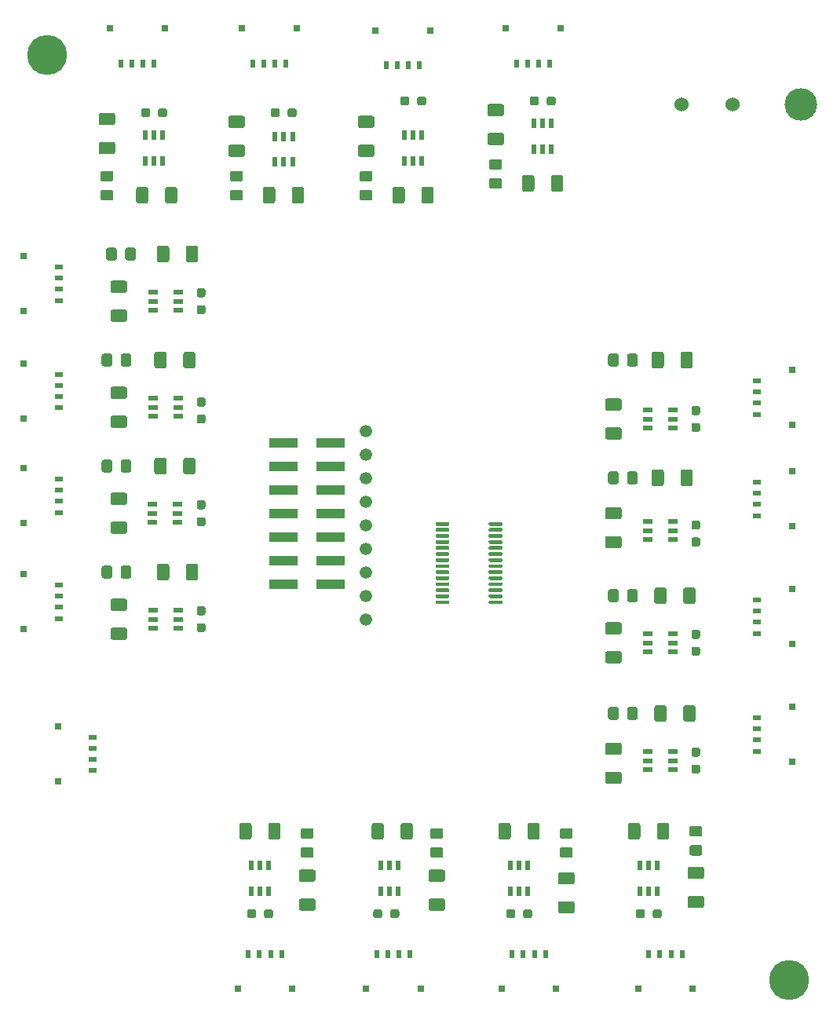
<source format=gbr>
%TF.GenerationSoftware,KiCad,Pcbnew,(5.1.9)-1*%
%TF.CreationDate,2021-03-29T16:21:42+05:30*%
%TF.ProjectId,LightStage,4c696768-7453-4746-9167-652e6b696361,rev?*%
%TF.SameCoordinates,Original*%
%TF.FileFunction,Soldermask,Top*%
%TF.FilePolarity,Negative*%
%FSLAX46Y46*%
G04 Gerber Fmt 4.6, Leading zero omitted, Abs format (unit mm)*
G04 Created by KiCad (PCBNEW (5.1.9)-1) date 2021-03-29 16:21:42*
%MOMM*%
%LPD*%
G01*
G04 APERTURE LIST*
%ADD10C,4.300000*%
%ADD11R,0.700000X0.800000*%
%ADD12R,0.600000X0.850000*%
%ADD13R,0.800000X0.700000*%
%ADD14R,0.850000X0.600000*%
%ADD15C,3.500000*%
%ADD16C,1.524000*%
%ADD17R,3.150000X1.000000*%
%ADD18C,1.340000*%
%ADD19R,0.558000X0.997699*%
%ADD20R,0.997699X0.558000*%
G04 APERTURE END LIST*
D10*
%TO.C,M2*%
X116205000Y-146050000D03*
%TD*%
%TO.C,M1*%
X36195000Y-46355000D03*
%TD*%
D11*
%TO.C,J5*%
X43001999Y-43468999D03*
X48902000Y-43468999D03*
D12*
X44152000Y-47244000D03*
X45352000Y-47244000D03*
X46552000Y-47244000D03*
X47752000Y-47244000D03*
%TD*%
D13*
%TO.C,J9*%
X116551001Y-91261999D03*
X116551001Y-97162000D03*
D14*
X112776000Y-92412000D03*
X112776000Y-93612000D03*
X112776000Y-94812000D03*
X112776000Y-96012000D03*
%TD*%
D13*
%TO.C,J6*%
X116551001Y-80339999D03*
X116551001Y-86240000D03*
D14*
X112776000Y-81490000D03*
X112776000Y-82690000D03*
X112776000Y-83890000D03*
X112776000Y-85090000D03*
%TD*%
D11*
%TO.C,J7*%
X85673999Y-43468999D03*
X91574000Y-43468999D03*
D12*
X86824000Y-47244000D03*
X88024000Y-47244000D03*
X89224000Y-47244000D03*
X90424000Y-47244000D03*
%TD*%
D11*
%TO.C,J8*%
X71628000Y-43688000D03*
X77528001Y-43688000D03*
D12*
X72778001Y-47463001D03*
X73978001Y-47463001D03*
X75178001Y-47463001D03*
X76378001Y-47463001D03*
%TD*%
D11*
%TO.C,J4*%
X57225999Y-43468999D03*
X63126000Y-43468999D03*
D12*
X58376000Y-47244000D03*
X59576000Y-47244000D03*
X60776000Y-47244000D03*
X61976000Y-47244000D03*
%TD*%
D11*
%TO.C,J13*%
X62662001Y-147031001D03*
X56762000Y-147031001D03*
D12*
X61512000Y-143256000D03*
X60312000Y-143256000D03*
X59112000Y-143256000D03*
X57912000Y-143256000D03*
%TD*%
D13*
%TO.C,J20*%
X37372999Y-124638001D03*
X37372999Y-118738000D03*
D14*
X41148000Y-123488000D03*
X41148000Y-122288000D03*
X41148000Y-121088000D03*
X41148000Y-119888000D03*
%TD*%
D13*
%TO.C,J19*%
X33689999Y-73965001D03*
X33689999Y-68065000D03*
D14*
X37465000Y-72815000D03*
X37465000Y-71615000D03*
X37465000Y-70415000D03*
X37465000Y-69215000D03*
%TD*%
D13*
%TO.C,J18*%
X33689999Y-108255001D03*
X33689999Y-102355000D03*
D14*
X37465000Y-107105000D03*
X37465000Y-105905000D03*
X37465000Y-104705000D03*
X37465000Y-103505000D03*
%TD*%
D13*
%TO.C,J17*%
X33689999Y-96825001D03*
X33689999Y-90925000D03*
D14*
X37465000Y-95675000D03*
X37465000Y-94475000D03*
X37465000Y-93275000D03*
X37465000Y-92075000D03*
%TD*%
D13*
%TO.C,J16*%
X33689999Y-85522001D03*
X33689999Y-79622000D03*
D14*
X37465000Y-84372000D03*
X37465000Y-83172000D03*
X37465000Y-81972000D03*
X37465000Y-80772000D03*
%TD*%
D11*
%TO.C,J15*%
X91110001Y-147031001D03*
X85210000Y-147031001D03*
D12*
X89960000Y-143256000D03*
X88760000Y-143256000D03*
X87560000Y-143256000D03*
X86360000Y-143256000D03*
%TD*%
D11*
%TO.C,J14*%
X76505001Y-147031001D03*
X70605000Y-147031001D03*
D12*
X75355000Y-143256000D03*
X74155000Y-143256000D03*
X72955000Y-143256000D03*
X71755000Y-143256000D03*
%TD*%
D13*
%TO.C,J12*%
X116551001Y-103961999D03*
X116551001Y-109862000D03*
D14*
X112776000Y-105112000D03*
X112776000Y-106312000D03*
X112776000Y-107512000D03*
X112776000Y-108712000D03*
%TD*%
D13*
%TO.C,J11*%
X116551001Y-116661999D03*
X116551001Y-122562000D03*
D14*
X112776000Y-117812000D03*
X112776000Y-119012000D03*
X112776000Y-120212000D03*
X112776000Y-121412000D03*
%TD*%
D11*
%TO.C,J10*%
X105842001Y-147031001D03*
X99942000Y-147031001D03*
D12*
X104692000Y-143256000D03*
X103492000Y-143256000D03*
X102292000Y-143256000D03*
X101092000Y-143256000D03*
%TD*%
D15*
%TO.C,J2*%
X117475000Y-51689000D03*
D16*
X110172500Y-51689000D03*
X104648000Y-51689000D03*
%TD*%
D17*
%TO.C,J1*%
X66787000Y-103378000D03*
X61737000Y-103378000D03*
X66787000Y-100838000D03*
X61737000Y-100838000D03*
X66787000Y-98298000D03*
X61737000Y-98298000D03*
X66787000Y-95758000D03*
X61737000Y-95758000D03*
X66787000Y-93218000D03*
X61737000Y-93218000D03*
X66787000Y-90678000D03*
X61737000Y-90678000D03*
X66787000Y-88138000D03*
X61737000Y-88138000D03*
%TD*%
D18*
%TO.C,RN1*%
X70612000Y-107188000D03*
X70612000Y-104648000D03*
X70612000Y-102108000D03*
X70612000Y-99568000D03*
X70612000Y-97028000D03*
X70612000Y-94488000D03*
X70612000Y-91948000D03*
X70612000Y-89408000D03*
X70612000Y-86868000D03*
%TD*%
%TO.C,R19*%
G36*
G01*
X106409500Y-85173000D02*
X105934500Y-85173000D01*
G75*
G02*
X105697000Y-84935500I0J237500D01*
G01*
X105697000Y-84435500D01*
G75*
G02*
X105934500Y-84198000I237500J0D01*
G01*
X106409500Y-84198000D01*
G75*
G02*
X106647000Y-84435500I0J-237500D01*
G01*
X106647000Y-84935500D01*
G75*
G02*
X106409500Y-85173000I-237500J0D01*
G01*
G37*
G36*
G01*
X106409500Y-86998000D02*
X105934500Y-86998000D01*
G75*
G02*
X105697000Y-86760500I0J237500D01*
G01*
X105697000Y-86260500D01*
G75*
G02*
X105934500Y-86023000I237500J0D01*
G01*
X106409500Y-86023000D01*
G75*
G02*
X106647000Y-86260500I0J-237500D01*
G01*
X106647000Y-86760500D01*
G75*
G02*
X106409500Y-86998000I-237500J0D01*
G01*
G37*
%TD*%
%TO.C,R18*%
G36*
G01*
X106409500Y-97515500D02*
X105934500Y-97515500D01*
G75*
G02*
X105697000Y-97278000I0J237500D01*
G01*
X105697000Y-96778000D01*
G75*
G02*
X105934500Y-96540500I237500J0D01*
G01*
X106409500Y-96540500D01*
G75*
G02*
X106647000Y-96778000I0J-237500D01*
G01*
X106647000Y-97278000D01*
G75*
G02*
X106409500Y-97515500I-237500J0D01*
G01*
G37*
G36*
G01*
X106409500Y-99340500D02*
X105934500Y-99340500D01*
G75*
G02*
X105697000Y-99103000I0J237500D01*
G01*
X105697000Y-98603000D01*
G75*
G02*
X105934500Y-98365500I237500J0D01*
G01*
X106409500Y-98365500D01*
G75*
G02*
X106647000Y-98603000I0J-237500D01*
G01*
X106647000Y-99103000D01*
G75*
G02*
X106409500Y-99340500I-237500J0D01*
G01*
G37*
%TD*%
%TO.C,R17*%
G36*
G01*
X61297000Y-52340500D02*
X61297000Y-52815500D01*
G75*
G02*
X61059500Y-53053000I-237500J0D01*
G01*
X60559500Y-53053000D01*
G75*
G02*
X60322000Y-52815500I0J237500D01*
G01*
X60322000Y-52340500D01*
G75*
G02*
X60559500Y-52103000I237500J0D01*
G01*
X61059500Y-52103000D01*
G75*
G02*
X61297000Y-52340500I0J-237500D01*
G01*
G37*
G36*
G01*
X63122000Y-52340500D02*
X63122000Y-52815500D01*
G75*
G02*
X62884500Y-53053000I-237500J0D01*
G01*
X62384500Y-53053000D01*
G75*
G02*
X62147000Y-52815500I0J237500D01*
G01*
X62147000Y-52340500D01*
G75*
G02*
X62384500Y-52103000I237500J0D01*
G01*
X62884500Y-52103000D01*
G75*
G02*
X63122000Y-52340500I0J-237500D01*
G01*
G37*
%TD*%
%TO.C,R16*%
G36*
G01*
X75267000Y-51070500D02*
X75267000Y-51545500D01*
G75*
G02*
X75029500Y-51783000I-237500J0D01*
G01*
X74529500Y-51783000D01*
G75*
G02*
X74292000Y-51545500I0J237500D01*
G01*
X74292000Y-51070500D01*
G75*
G02*
X74529500Y-50833000I237500J0D01*
G01*
X75029500Y-50833000D01*
G75*
G02*
X75267000Y-51070500I0J-237500D01*
G01*
G37*
G36*
G01*
X77092000Y-51070500D02*
X77092000Y-51545500D01*
G75*
G02*
X76854500Y-51783000I-237500J0D01*
G01*
X76354500Y-51783000D01*
G75*
G02*
X76117000Y-51545500I0J237500D01*
G01*
X76117000Y-51070500D01*
G75*
G02*
X76354500Y-50833000I237500J0D01*
G01*
X76854500Y-50833000D01*
G75*
G02*
X77092000Y-51070500I0J-237500D01*
G01*
G37*
%TD*%
%TO.C,R15*%
G36*
G01*
X89237000Y-51070500D02*
X89237000Y-51545500D01*
G75*
G02*
X88999500Y-51783000I-237500J0D01*
G01*
X88499500Y-51783000D01*
G75*
G02*
X88262000Y-51545500I0J237500D01*
G01*
X88262000Y-51070500D01*
G75*
G02*
X88499500Y-50833000I237500J0D01*
G01*
X88999500Y-50833000D01*
G75*
G02*
X89237000Y-51070500I0J-237500D01*
G01*
G37*
G36*
G01*
X91062000Y-51070500D02*
X91062000Y-51545500D01*
G75*
G02*
X90824500Y-51783000I-237500J0D01*
G01*
X90324500Y-51783000D01*
G75*
G02*
X90087000Y-51545500I0J237500D01*
G01*
X90087000Y-51070500D01*
G75*
G02*
X90324500Y-50833000I237500J0D01*
G01*
X90824500Y-50833000D01*
G75*
G02*
X91062000Y-51070500I0J-237500D01*
G01*
G37*
%TD*%
%TO.C,R14*%
G36*
G01*
X47327000Y-52340500D02*
X47327000Y-52815500D01*
G75*
G02*
X47089500Y-53053000I-237500J0D01*
G01*
X46589500Y-53053000D01*
G75*
G02*
X46352000Y-52815500I0J237500D01*
G01*
X46352000Y-52340500D01*
G75*
G02*
X46589500Y-52103000I237500J0D01*
G01*
X47089500Y-52103000D01*
G75*
G02*
X47327000Y-52340500I0J-237500D01*
G01*
G37*
G36*
G01*
X49152000Y-52340500D02*
X49152000Y-52815500D01*
G75*
G02*
X48914500Y-53053000I-237500J0D01*
G01*
X48414500Y-53053000D01*
G75*
G02*
X48177000Y-52815500I0J237500D01*
G01*
X48177000Y-52340500D01*
G75*
G02*
X48414500Y-52103000I237500J0D01*
G01*
X48914500Y-52103000D01*
G75*
G02*
X49152000Y-52340500I0J-237500D01*
G01*
G37*
%TD*%
%TO.C,R13*%
G36*
G01*
X106409500Y-109303000D02*
X105934500Y-109303000D01*
G75*
G02*
X105697000Y-109065500I0J237500D01*
G01*
X105697000Y-108565500D01*
G75*
G02*
X105934500Y-108328000I237500J0D01*
G01*
X106409500Y-108328000D01*
G75*
G02*
X106647000Y-108565500I0J-237500D01*
G01*
X106647000Y-109065500D01*
G75*
G02*
X106409500Y-109303000I-237500J0D01*
G01*
G37*
G36*
G01*
X106409500Y-111128000D02*
X105934500Y-111128000D01*
G75*
G02*
X105697000Y-110890500I0J237500D01*
G01*
X105697000Y-110390500D01*
G75*
G02*
X105934500Y-110153000I237500J0D01*
G01*
X106409500Y-110153000D01*
G75*
G02*
X106647000Y-110390500I0J-237500D01*
G01*
X106647000Y-110890500D01*
G75*
G02*
X106409500Y-111128000I-237500J0D01*
G01*
G37*
%TD*%
%TO.C,R12*%
G36*
G01*
X106409500Y-122003000D02*
X105934500Y-122003000D01*
G75*
G02*
X105697000Y-121765500I0J237500D01*
G01*
X105697000Y-121265500D01*
G75*
G02*
X105934500Y-121028000I237500J0D01*
G01*
X106409500Y-121028000D01*
G75*
G02*
X106647000Y-121265500I0J-237500D01*
G01*
X106647000Y-121765500D01*
G75*
G02*
X106409500Y-122003000I-237500J0D01*
G01*
G37*
G36*
G01*
X106409500Y-123828000D02*
X105934500Y-123828000D01*
G75*
G02*
X105697000Y-123590500I0J237500D01*
G01*
X105697000Y-123090500D01*
G75*
G02*
X105934500Y-122853000I237500J0D01*
G01*
X106409500Y-122853000D01*
G75*
G02*
X106647000Y-123090500I0J-237500D01*
G01*
X106647000Y-123590500D01*
G75*
G02*
X106409500Y-123828000I-237500J0D01*
G01*
G37*
%TD*%
%TO.C,R11*%
G36*
G01*
X87547000Y-139175500D02*
X87547000Y-138700500D01*
G75*
G02*
X87784500Y-138463000I237500J0D01*
G01*
X88284500Y-138463000D01*
G75*
G02*
X88522000Y-138700500I0J-237500D01*
G01*
X88522000Y-139175500D01*
G75*
G02*
X88284500Y-139413000I-237500J0D01*
G01*
X87784500Y-139413000D01*
G75*
G02*
X87547000Y-139175500I0J237500D01*
G01*
G37*
G36*
G01*
X85722000Y-139175500D02*
X85722000Y-138700500D01*
G75*
G02*
X85959500Y-138463000I237500J0D01*
G01*
X86459500Y-138463000D01*
G75*
G02*
X86697000Y-138700500I0J-237500D01*
G01*
X86697000Y-139175500D01*
G75*
G02*
X86459500Y-139413000I-237500J0D01*
G01*
X85959500Y-139413000D01*
G75*
G02*
X85722000Y-139175500I0J237500D01*
G01*
G37*
%TD*%
%TO.C,R10*%
G36*
G01*
X101517000Y-139175500D02*
X101517000Y-138700500D01*
G75*
G02*
X101754500Y-138463000I237500J0D01*
G01*
X102254500Y-138463000D01*
G75*
G02*
X102492000Y-138700500I0J-237500D01*
G01*
X102492000Y-139175500D01*
G75*
G02*
X102254500Y-139413000I-237500J0D01*
G01*
X101754500Y-139413000D01*
G75*
G02*
X101517000Y-139175500I0J237500D01*
G01*
G37*
G36*
G01*
X99692000Y-139175500D02*
X99692000Y-138700500D01*
G75*
G02*
X99929500Y-138463000I237500J0D01*
G01*
X100429500Y-138463000D01*
G75*
G02*
X100667000Y-138700500I0J-237500D01*
G01*
X100667000Y-139175500D01*
G75*
G02*
X100429500Y-139413000I-237500J0D01*
G01*
X99929500Y-139413000D01*
G75*
G02*
X99692000Y-139175500I0J237500D01*
G01*
G37*
%TD*%
%TO.C,L16*%
G36*
G01*
X98757000Y-79698001D02*
X98757000Y-78797999D01*
G75*
G02*
X99006999Y-78548000I249999J0D01*
G01*
X99657001Y-78548000D01*
G75*
G02*
X99907000Y-78797999I0J-249999D01*
G01*
X99907000Y-79698001D01*
G75*
G02*
X99657001Y-79948000I-249999J0D01*
G01*
X99006999Y-79948000D01*
G75*
G02*
X98757000Y-79698001I0J249999D01*
G01*
G37*
G36*
G01*
X96707000Y-79698001D02*
X96707000Y-78797999D01*
G75*
G02*
X96956999Y-78548000I249999J0D01*
G01*
X97607001Y-78548000D01*
G75*
G02*
X97857000Y-78797999I0J-249999D01*
G01*
X97857000Y-79698001D01*
G75*
G02*
X97607001Y-79948000I-249999J0D01*
G01*
X96956999Y-79948000D01*
G75*
G02*
X96707000Y-79698001I0J249999D01*
G01*
G37*
%TD*%
%TO.C,L15*%
G36*
G01*
X98757000Y-92398001D02*
X98757000Y-91497999D01*
G75*
G02*
X99006999Y-91248000I249999J0D01*
G01*
X99657001Y-91248000D01*
G75*
G02*
X99907000Y-91497999I0J-249999D01*
G01*
X99907000Y-92398001D01*
G75*
G02*
X99657001Y-92648000I-249999J0D01*
G01*
X99006999Y-92648000D01*
G75*
G02*
X98757000Y-92398001I0J249999D01*
G01*
G37*
G36*
G01*
X96707000Y-92398001D02*
X96707000Y-91497999D01*
G75*
G02*
X96956999Y-91248000I249999J0D01*
G01*
X97607001Y-91248000D01*
G75*
G02*
X97857000Y-91497999I0J-249999D01*
G01*
X97857000Y-92398001D01*
G75*
G02*
X97607001Y-92648000I-249999J0D01*
G01*
X96956999Y-92648000D01*
G75*
G02*
X96707000Y-92398001I0J249999D01*
G01*
G37*
%TD*%
%TO.C,L14*%
G36*
G01*
X57092001Y-59993000D02*
X56191999Y-59993000D01*
G75*
G02*
X55942000Y-59743001I0J249999D01*
G01*
X55942000Y-59092999D01*
G75*
G02*
X56191999Y-58843000I249999J0D01*
G01*
X57092001Y-58843000D01*
G75*
G02*
X57342000Y-59092999I0J-249999D01*
G01*
X57342000Y-59743001D01*
G75*
G02*
X57092001Y-59993000I-249999J0D01*
G01*
G37*
G36*
G01*
X57092001Y-62043000D02*
X56191999Y-62043000D01*
G75*
G02*
X55942000Y-61793001I0J249999D01*
G01*
X55942000Y-61142999D01*
G75*
G02*
X56191999Y-60893000I249999J0D01*
G01*
X57092001Y-60893000D01*
G75*
G02*
X57342000Y-61142999I0J-249999D01*
G01*
X57342000Y-61793001D01*
G75*
G02*
X57092001Y-62043000I-249999J0D01*
G01*
G37*
%TD*%
%TO.C,L13*%
G36*
G01*
X71062001Y-59993000D02*
X70161999Y-59993000D01*
G75*
G02*
X69912000Y-59743001I0J249999D01*
G01*
X69912000Y-59092999D01*
G75*
G02*
X70161999Y-58843000I249999J0D01*
G01*
X71062001Y-58843000D01*
G75*
G02*
X71312000Y-59092999I0J-249999D01*
G01*
X71312000Y-59743001D01*
G75*
G02*
X71062001Y-59993000I-249999J0D01*
G01*
G37*
G36*
G01*
X71062001Y-62043000D02*
X70161999Y-62043000D01*
G75*
G02*
X69912000Y-61793001I0J249999D01*
G01*
X69912000Y-61142999D01*
G75*
G02*
X70161999Y-60893000I249999J0D01*
G01*
X71062001Y-60893000D01*
G75*
G02*
X71312000Y-61142999I0J-249999D01*
G01*
X71312000Y-61793001D01*
G75*
G02*
X71062001Y-62043000I-249999J0D01*
G01*
G37*
%TD*%
%TO.C,L12*%
G36*
G01*
X85032001Y-58723000D02*
X84131999Y-58723000D01*
G75*
G02*
X83882000Y-58473001I0J249999D01*
G01*
X83882000Y-57822999D01*
G75*
G02*
X84131999Y-57573000I249999J0D01*
G01*
X85032001Y-57573000D01*
G75*
G02*
X85282000Y-57822999I0J-249999D01*
G01*
X85282000Y-58473001D01*
G75*
G02*
X85032001Y-58723000I-249999J0D01*
G01*
G37*
G36*
G01*
X85032001Y-60773000D02*
X84131999Y-60773000D01*
G75*
G02*
X83882000Y-60523001I0J249999D01*
G01*
X83882000Y-59872999D01*
G75*
G02*
X84131999Y-59623000I249999J0D01*
G01*
X85032001Y-59623000D01*
G75*
G02*
X85282000Y-59872999I0J-249999D01*
G01*
X85282000Y-60523001D01*
G75*
G02*
X85032001Y-60773000I-249999J0D01*
G01*
G37*
%TD*%
%TO.C,L11*%
G36*
G01*
X43122001Y-59993000D02*
X42221999Y-59993000D01*
G75*
G02*
X41972000Y-59743001I0J249999D01*
G01*
X41972000Y-59092999D01*
G75*
G02*
X42221999Y-58843000I249999J0D01*
G01*
X43122001Y-58843000D01*
G75*
G02*
X43372000Y-59092999I0J-249999D01*
G01*
X43372000Y-59743001D01*
G75*
G02*
X43122001Y-59993000I-249999J0D01*
G01*
G37*
G36*
G01*
X43122001Y-62043000D02*
X42221999Y-62043000D01*
G75*
G02*
X41972000Y-61793001I0J249999D01*
G01*
X41972000Y-61142999D01*
G75*
G02*
X42221999Y-60893000I249999J0D01*
G01*
X43122001Y-60893000D01*
G75*
G02*
X43372000Y-61142999I0J-249999D01*
G01*
X43372000Y-61793001D01*
G75*
G02*
X43122001Y-62043000I-249999J0D01*
G01*
G37*
%TD*%
%TO.C,L10*%
G36*
G01*
X98757000Y-105098001D02*
X98757000Y-104197999D01*
G75*
G02*
X99006999Y-103948000I249999J0D01*
G01*
X99657001Y-103948000D01*
G75*
G02*
X99907000Y-104197999I0J-249999D01*
G01*
X99907000Y-105098001D01*
G75*
G02*
X99657001Y-105348000I-249999J0D01*
G01*
X99006999Y-105348000D01*
G75*
G02*
X98757000Y-105098001I0J249999D01*
G01*
G37*
G36*
G01*
X96707000Y-105098001D02*
X96707000Y-104197999D01*
G75*
G02*
X96956999Y-103948000I249999J0D01*
G01*
X97607001Y-103948000D01*
G75*
G02*
X97857000Y-104197999I0J-249999D01*
G01*
X97857000Y-105098001D01*
G75*
G02*
X97607001Y-105348000I-249999J0D01*
G01*
X96956999Y-105348000D01*
G75*
G02*
X96707000Y-105098001I0J249999D01*
G01*
G37*
%TD*%
%TO.C,L9*%
G36*
G01*
X98757000Y-117798001D02*
X98757000Y-116897999D01*
G75*
G02*
X99006999Y-116648000I249999J0D01*
G01*
X99657001Y-116648000D01*
G75*
G02*
X99907000Y-116897999I0J-249999D01*
G01*
X99907000Y-117798001D01*
G75*
G02*
X99657001Y-118048000I-249999J0D01*
G01*
X99006999Y-118048000D01*
G75*
G02*
X98757000Y-117798001I0J249999D01*
G01*
G37*
G36*
G01*
X96707000Y-117798001D02*
X96707000Y-116897999D01*
G75*
G02*
X96956999Y-116648000I249999J0D01*
G01*
X97607001Y-116648000D01*
G75*
G02*
X97857000Y-116897999I0J-249999D01*
G01*
X97857000Y-117798001D01*
G75*
G02*
X97607001Y-118048000I-249999J0D01*
G01*
X96956999Y-118048000D01*
G75*
G02*
X96707000Y-117798001I0J249999D01*
G01*
G37*
%TD*%
%TO.C,L8*%
G36*
G01*
X91751999Y-131768000D02*
X92652001Y-131768000D01*
G75*
G02*
X92902000Y-132017999I0J-249999D01*
G01*
X92902000Y-132668001D01*
G75*
G02*
X92652001Y-132918000I-249999J0D01*
G01*
X91751999Y-132918000D01*
G75*
G02*
X91502000Y-132668001I0J249999D01*
G01*
X91502000Y-132017999D01*
G75*
G02*
X91751999Y-131768000I249999J0D01*
G01*
G37*
G36*
G01*
X91751999Y-129718000D02*
X92652001Y-129718000D01*
G75*
G02*
X92902000Y-129967999I0J-249999D01*
G01*
X92902000Y-130618001D01*
G75*
G02*
X92652001Y-130868000I-249999J0D01*
G01*
X91751999Y-130868000D01*
G75*
G02*
X91502000Y-130618001I0J249999D01*
G01*
X91502000Y-129967999D01*
G75*
G02*
X91751999Y-129718000I249999J0D01*
G01*
G37*
%TD*%
%TO.C,L7*%
G36*
G01*
X105721999Y-131523000D02*
X106622001Y-131523000D01*
G75*
G02*
X106872000Y-131772999I0J-249999D01*
G01*
X106872000Y-132423001D01*
G75*
G02*
X106622001Y-132673000I-249999J0D01*
G01*
X105721999Y-132673000D01*
G75*
G02*
X105472000Y-132423001I0J249999D01*
G01*
X105472000Y-131772999D01*
G75*
G02*
X105721999Y-131523000I249999J0D01*
G01*
G37*
G36*
G01*
X105721999Y-129473000D02*
X106622001Y-129473000D01*
G75*
G02*
X106872000Y-129722999I0J-249999D01*
G01*
X106872000Y-130373001D01*
G75*
G02*
X106622001Y-130623000I-249999J0D01*
G01*
X105721999Y-130623000D01*
G75*
G02*
X105472000Y-130373001I0J249999D01*
G01*
X105472000Y-129722999D01*
G75*
G02*
X105721999Y-129473000I249999J0D01*
G01*
G37*
%TD*%
%TO.C,C39*%
G36*
G01*
X104532000Y-79898001D02*
X104532000Y-78597999D01*
G75*
G02*
X104781999Y-78348000I249999J0D01*
G01*
X105607001Y-78348000D01*
G75*
G02*
X105857000Y-78597999I0J-249999D01*
G01*
X105857000Y-79898001D01*
G75*
G02*
X105607001Y-80148000I-249999J0D01*
G01*
X104781999Y-80148000D01*
G75*
G02*
X104532000Y-79898001I0J249999D01*
G01*
G37*
G36*
G01*
X101407000Y-79898001D02*
X101407000Y-78597999D01*
G75*
G02*
X101656999Y-78348000I249999J0D01*
G01*
X102482001Y-78348000D01*
G75*
G02*
X102732000Y-78597999I0J-249999D01*
G01*
X102732000Y-79898001D01*
G75*
G02*
X102482001Y-80148000I-249999J0D01*
G01*
X101656999Y-80148000D01*
G75*
G02*
X101407000Y-79898001I0J249999D01*
G01*
G37*
%TD*%
%TO.C,C38*%
G36*
G01*
X104532000Y-92598001D02*
X104532000Y-91297999D01*
G75*
G02*
X104781999Y-91048000I249999J0D01*
G01*
X105607001Y-91048000D01*
G75*
G02*
X105857000Y-91297999I0J-249999D01*
G01*
X105857000Y-92598001D01*
G75*
G02*
X105607001Y-92848000I-249999J0D01*
G01*
X104781999Y-92848000D01*
G75*
G02*
X104532000Y-92598001I0J249999D01*
G01*
G37*
G36*
G01*
X101407000Y-92598001D02*
X101407000Y-91297999D01*
G75*
G02*
X101656999Y-91048000I249999J0D01*
G01*
X102482001Y-91048000D01*
G75*
G02*
X102732000Y-91297999I0J-249999D01*
G01*
X102732000Y-92598001D01*
G75*
G02*
X102482001Y-92848000I-249999J0D01*
G01*
X101656999Y-92848000D01*
G75*
G02*
X101407000Y-92598001I0J249999D01*
G01*
G37*
%TD*%
%TO.C,C37*%
G36*
G01*
X57292001Y-54218000D02*
X55991999Y-54218000D01*
G75*
G02*
X55742000Y-53968001I0J249999D01*
G01*
X55742000Y-53142999D01*
G75*
G02*
X55991999Y-52893000I249999J0D01*
G01*
X57292001Y-52893000D01*
G75*
G02*
X57542000Y-53142999I0J-249999D01*
G01*
X57542000Y-53968001D01*
G75*
G02*
X57292001Y-54218000I-249999J0D01*
G01*
G37*
G36*
G01*
X57292001Y-57343000D02*
X55991999Y-57343000D01*
G75*
G02*
X55742000Y-57093001I0J249999D01*
G01*
X55742000Y-56267999D01*
G75*
G02*
X55991999Y-56018000I249999J0D01*
G01*
X57292001Y-56018000D01*
G75*
G02*
X57542000Y-56267999I0J-249999D01*
G01*
X57542000Y-57093001D01*
G75*
G02*
X57292001Y-57343000I-249999J0D01*
G01*
G37*
%TD*%
%TO.C,C36*%
G36*
G01*
X71262001Y-54218000D02*
X69961999Y-54218000D01*
G75*
G02*
X69712000Y-53968001I0J249999D01*
G01*
X69712000Y-53142999D01*
G75*
G02*
X69961999Y-52893000I249999J0D01*
G01*
X71262001Y-52893000D01*
G75*
G02*
X71512000Y-53142999I0J-249999D01*
G01*
X71512000Y-53968001D01*
G75*
G02*
X71262001Y-54218000I-249999J0D01*
G01*
G37*
G36*
G01*
X71262001Y-57343000D02*
X69961999Y-57343000D01*
G75*
G02*
X69712000Y-57093001I0J249999D01*
G01*
X69712000Y-56267999D01*
G75*
G02*
X69961999Y-56018000I249999J0D01*
G01*
X71262001Y-56018000D01*
G75*
G02*
X71512000Y-56267999I0J-249999D01*
G01*
X71512000Y-57093001D01*
G75*
G02*
X71262001Y-57343000I-249999J0D01*
G01*
G37*
%TD*%
%TO.C,C35*%
G36*
G01*
X85232001Y-52948000D02*
X83931999Y-52948000D01*
G75*
G02*
X83682000Y-52698001I0J249999D01*
G01*
X83682000Y-51872999D01*
G75*
G02*
X83931999Y-51623000I249999J0D01*
G01*
X85232001Y-51623000D01*
G75*
G02*
X85482000Y-51872999I0J-249999D01*
G01*
X85482000Y-52698001D01*
G75*
G02*
X85232001Y-52948000I-249999J0D01*
G01*
G37*
G36*
G01*
X85232001Y-56073000D02*
X83931999Y-56073000D01*
G75*
G02*
X83682000Y-55823001I0J249999D01*
G01*
X83682000Y-54997999D01*
G75*
G02*
X83931999Y-54748000I249999J0D01*
G01*
X85232001Y-54748000D01*
G75*
G02*
X85482000Y-54997999I0J-249999D01*
G01*
X85482000Y-55823001D01*
G75*
G02*
X85232001Y-56073000I-249999J0D01*
G01*
G37*
%TD*%
%TO.C,C34*%
G36*
G01*
X97932001Y-84698000D02*
X96631999Y-84698000D01*
G75*
G02*
X96382000Y-84448001I0J249999D01*
G01*
X96382000Y-83622999D01*
G75*
G02*
X96631999Y-83373000I249999J0D01*
G01*
X97932001Y-83373000D01*
G75*
G02*
X98182000Y-83622999I0J-249999D01*
G01*
X98182000Y-84448001D01*
G75*
G02*
X97932001Y-84698000I-249999J0D01*
G01*
G37*
G36*
G01*
X97932001Y-87823000D02*
X96631999Y-87823000D01*
G75*
G02*
X96382000Y-87573001I0J249999D01*
G01*
X96382000Y-86747999D01*
G75*
G02*
X96631999Y-86498000I249999J0D01*
G01*
X97932001Y-86498000D01*
G75*
G02*
X98182000Y-86747999I0J-249999D01*
G01*
X98182000Y-87573001D01*
G75*
G02*
X97932001Y-87823000I-249999J0D01*
G01*
G37*
%TD*%
%TO.C,C33*%
G36*
G01*
X97932001Y-96420500D02*
X96631999Y-96420500D01*
G75*
G02*
X96382000Y-96170501I0J249999D01*
G01*
X96382000Y-95345499D01*
G75*
G02*
X96631999Y-95095500I249999J0D01*
G01*
X97932001Y-95095500D01*
G75*
G02*
X98182000Y-95345499I0J-249999D01*
G01*
X98182000Y-96170501D01*
G75*
G02*
X97932001Y-96420500I-249999J0D01*
G01*
G37*
G36*
G01*
X97932001Y-99545500D02*
X96631999Y-99545500D01*
G75*
G02*
X96382000Y-99295501I0J249999D01*
G01*
X96382000Y-98470499D01*
G75*
G02*
X96631999Y-98220500I249999J0D01*
G01*
X97932001Y-98220500D01*
G75*
G02*
X98182000Y-98470499I0J-249999D01*
G01*
X98182000Y-99295501D01*
G75*
G02*
X97932001Y-99545500I-249999J0D01*
G01*
G37*
%TD*%
%TO.C,C32*%
G36*
G01*
X60822000Y-60817999D02*
X60822000Y-62118001D01*
G75*
G02*
X60572001Y-62368000I-249999J0D01*
G01*
X59746999Y-62368000D01*
G75*
G02*
X59497000Y-62118001I0J249999D01*
G01*
X59497000Y-60817999D01*
G75*
G02*
X59746999Y-60568000I249999J0D01*
G01*
X60572001Y-60568000D01*
G75*
G02*
X60822000Y-60817999I0J-249999D01*
G01*
G37*
G36*
G01*
X63947000Y-60817999D02*
X63947000Y-62118001D01*
G75*
G02*
X63697001Y-62368000I-249999J0D01*
G01*
X62871999Y-62368000D01*
G75*
G02*
X62622000Y-62118001I0J249999D01*
G01*
X62622000Y-60817999D01*
G75*
G02*
X62871999Y-60568000I249999J0D01*
G01*
X63697001Y-60568000D01*
G75*
G02*
X63947000Y-60817999I0J-249999D01*
G01*
G37*
%TD*%
%TO.C,C31*%
G36*
G01*
X74792000Y-60817999D02*
X74792000Y-62118001D01*
G75*
G02*
X74542001Y-62368000I-249999J0D01*
G01*
X73716999Y-62368000D01*
G75*
G02*
X73467000Y-62118001I0J249999D01*
G01*
X73467000Y-60817999D01*
G75*
G02*
X73716999Y-60568000I249999J0D01*
G01*
X74542001Y-60568000D01*
G75*
G02*
X74792000Y-60817999I0J-249999D01*
G01*
G37*
G36*
G01*
X77917000Y-60817999D02*
X77917000Y-62118001D01*
G75*
G02*
X77667001Y-62368000I-249999J0D01*
G01*
X76841999Y-62368000D01*
G75*
G02*
X76592000Y-62118001I0J249999D01*
G01*
X76592000Y-60817999D01*
G75*
G02*
X76841999Y-60568000I249999J0D01*
G01*
X77667001Y-60568000D01*
G75*
G02*
X77917000Y-60817999I0J-249999D01*
G01*
G37*
%TD*%
%TO.C,C30*%
G36*
G01*
X88762000Y-59547999D02*
X88762000Y-60848001D01*
G75*
G02*
X88512001Y-61098000I-249999J0D01*
G01*
X87686999Y-61098000D01*
G75*
G02*
X87437000Y-60848001I0J249999D01*
G01*
X87437000Y-59547999D01*
G75*
G02*
X87686999Y-59298000I249999J0D01*
G01*
X88512001Y-59298000D01*
G75*
G02*
X88762000Y-59547999I0J-249999D01*
G01*
G37*
G36*
G01*
X91887000Y-59547999D02*
X91887000Y-60848001D01*
G75*
G02*
X91637001Y-61098000I-249999J0D01*
G01*
X90811999Y-61098000D01*
G75*
G02*
X90562000Y-60848001I0J249999D01*
G01*
X90562000Y-59547999D01*
G75*
G02*
X90811999Y-59298000I249999J0D01*
G01*
X91637001Y-59298000D01*
G75*
G02*
X91887000Y-59547999I0J-249999D01*
G01*
G37*
%TD*%
%TO.C,C29*%
G36*
G01*
X43322001Y-53925500D02*
X42021999Y-53925500D01*
G75*
G02*
X41772000Y-53675501I0J249999D01*
G01*
X41772000Y-52850499D01*
G75*
G02*
X42021999Y-52600500I249999J0D01*
G01*
X43322001Y-52600500D01*
G75*
G02*
X43572000Y-52850499I0J-249999D01*
G01*
X43572000Y-53675501D01*
G75*
G02*
X43322001Y-53925500I-249999J0D01*
G01*
G37*
G36*
G01*
X43322001Y-57050500D02*
X42021999Y-57050500D01*
G75*
G02*
X41772000Y-56800501I0J249999D01*
G01*
X41772000Y-55975499D01*
G75*
G02*
X42021999Y-55725500I249999J0D01*
G01*
X43322001Y-55725500D01*
G75*
G02*
X43572000Y-55975499I0J-249999D01*
G01*
X43572000Y-56800501D01*
G75*
G02*
X43322001Y-57050500I-249999J0D01*
G01*
G37*
%TD*%
%TO.C,C28*%
G36*
G01*
X104824500Y-105298001D02*
X104824500Y-103997999D01*
G75*
G02*
X105074499Y-103748000I249999J0D01*
G01*
X105899501Y-103748000D01*
G75*
G02*
X106149500Y-103997999I0J-249999D01*
G01*
X106149500Y-105298001D01*
G75*
G02*
X105899501Y-105548000I-249999J0D01*
G01*
X105074499Y-105548000D01*
G75*
G02*
X104824500Y-105298001I0J249999D01*
G01*
G37*
G36*
G01*
X101699500Y-105298001D02*
X101699500Y-103997999D01*
G75*
G02*
X101949499Y-103748000I249999J0D01*
G01*
X102774501Y-103748000D01*
G75*
G02*
X103024500Y-103997999I0J-249999D01*
G01*
X103024500Y-105298001D01*
G75*
G02*
X102774501Y-105548000I-249999J0D01*
G01*
X101949499Y-105548000D01*
G75*
G02*
X101699500Y-105298001I0J249999D01*
G01*
G37*
%TD*%
%TO.C,C27*%
G36*
G01*
X104824500Y-117998001D02*
X104824500Y-116697999D01*
G75*
G02*
X105074499Y-116448000I249999J0D01*
G01*
X105899501Y-116448000D01*
G75*
G02*
X106149500Y-116697999I0J-249999D01*
G01*
X106149500Y-117998001D01*
G75*
G02*
X105899501Y-118248000I-249999J0D01*
G01*
X105074499Y-118248000D01*
G75*
G02*
X104824500Y-117998001I0J249999D01*
G01*
G37*
G36*
G01*
X101699500Y-117998001D02*
X101699500Y-116697999D01*
G75*
G02*
X101949499Y-116448000I249999J0D01*
G01*
X102774501Y-116448000D01*
G75*
G02*
X103024500Y-116697999I0J-249999D01*
G01*
X103024500Y-117998001D01*
G75*
G02*
X102774501Y-118248000I-249999J0D01*
G01*
X101949499Y-118248000D01*
G75*
G02*
X101699500Y-117998001I0J249999D01*
G01*
G37*
%TD*%
%TO.C,C26*%
G36*
G01*
X92852001Y-135790500D02*
X91551999Y-135790500D01*
G75*
G02*
X91302000Y-135540501I0J249999D01*
G01*
X91302000Y-134715499D01*
G75*
G02*
X91551999Y-134465500I249999J0D01*
G01*
X92852001Y-134465500D01*
G75*
G02*
X93102000Y-134715499I0J-249999D01*
G01*
X93102000Y-135540501D01*
G75*
G02*
X92852001Y-135790500I-249999J0D01*
G01*
G37*
G36*
G01*
X92852001Y-138915500D02*
X91551999Y-138915500D01*
G75*
G02*
X91302000Y-138665501I0J249999D01*
G01*
X91302000Y-137840499D01*
G75*
G02*
X91551999Y-137590500I249999J0D01*
G01*
X92852001Y-137590500D01*
G75*
G02*
X93102000Y-137840499I0J-249999D01*
G01*
X93102000Y-138665501D01*
G75*
G02*
X92852001Y-138915500I-249999J0D01*
G01*
G37*
%TD*%
%TO.C,C25*%
G36*
G01*
X105521999Y-137005500D02*
X106822001Y-137005500D01*
G75*
G02*
X107072000Y-137255499I0J-249999D01*
G01*
X107072000Y-138080501D01*
G75*
G02*
X106822001Y-138330500I-249999J0D01*
G01*
X105521999Y-138330500D01*
G75*
G02*
X105272000Y-138080501I0J249999D01*
G01*
X105272000Y-137255499D01*
G75*
G02*
X105521999Y-137005500I249999J0D01*
G01*
G37*
G36*
G01*
X105521999Y-133880500D02*
X106822001Y-133880500D01*
G75*
G02*
X107072000Y-134130499I0J-249999D01*
G01*
X107072000Y-134955501D01*
G75*
G02*
X106822001Y-135205500I-249999J0D01*
G01*
X105521999Y-135205500D01*
G75*
G02*
X105272000Y-134955501I0J249999D01*
G01*
X105272000Y-134130499D01*
G75*
G02*
X105521999Y-133880500I249999J0D01*
G01*
G37*
%TD*%
%TO.C,C23*%
G36*
G01*
X47144500Y-60817999D02*
X47144500Y-62118001D01*
G75*
G02*
X46894501Y-62368000I-249999J0D01*
G01*
X46069499Y-62368000D01*
G75*
G02*
X45819500Y-62118001I0J249999D01*
G01*
X45819500Y-60817999D01*
G75*
G02*
X46069499Y-60568000I249999J0D01*
G01*
X46894501Y-60568000D01*
G75*
G02*
X47144500Y-60817999I0J-249999D01*
G01*
G37*
G36*
G01*
X50269500Y-60817999D02*
X50269500Y-62118001D01*
G75*
G02*
X50019501Y-62368000I-249999J0D01*
G01*
X49194499Y-62368000D01*
G75*
G02*
X48944500Y-62118001I0J249999D01*
G01*
X48944500Y-60817999D01*
G75*
G02*
X49194499Y-60568000I249999J0D01*
G01*
X50019501Y-60568000D01*
G75*
G02*
X50269500Y-60817999I0J-249999D01*
G01*
G37*
%TD*%
%TO.C,C22*%
G36*
G01*
X97932001Y-108828000D02*
X96631999Y-108828000D01*
G75*
G02*
X96382000Y-108578001I0J249999D01*
G01*
X96382000Y-107752999D01*
G75*
G02*
X96631999Y-107503000I249999J0D01*
G01*
X97932001Y-107503000D01*
G75*
G02*
X98182000Y-107752999I0J-249999D01*
G01*
X98182000Y-108578001D01*
G75*
G02*
X97932001Y-108828000I-249999J0D01*
G01*
G37*
G36*
G01*
X97932001Y-111953000D02*
X96631999Y-111953000D01*
G75*
G02*
X96382000Y-111703001I0J249999D01*
G01*
X96382000Y-110877999D01*
G75*
G02*
X96631999Y-110628000I249999J0D01*
G01*
X97932001Y-110628000D01*
G75*
G02*
X98182000Y-110877999I0J-249999D01*
G01*
X98182000Y-111703001D01*
G75*
G02*
X97932001Y-111953000I-249999J0D01*
G01*
G37*
%TD*%
%TO.C,C21*%
G36*
G01*
X97932001Y-121820500D02*
X96631999Y-121820500D01*
G75*
G02*
X96382000Y-121570501I0J249999D01*
G01*
X96382000Y-120745499D01*
G75*
G02*
X96631999Y-120495500I249999J0D01*
G01*
X97932001Y-120495500D01*
G75*
G02*
X98182000Y-120745499I0J-249999D01*
G01*
X98182000Y-121570501D01*
G75*
G02*
X97932001Y-121820500I-249999J0D01*
G01*
G37*
G36*
G01*
X97932001Y-124945500D02*
X96631999Y-124945500D01*
G75*
G02*
X96382000Y-124695501I0J249999D01*
G01*
X96382000Y-123870499D01*
G75*
G02*
X96631999Y-123620500I249999J0D01*
G01*
X97932001Y-123620500D01*
G75*
G02*
X98182000Y-123870499I0J-249999D01*
G01*
X98182000Y-124695501D01*
G75*
G02*
X97932001Y-124945500I-249999J0D01*
G01*
G37*
%TD*%
%TO.C,C20*%
G36*
G01*
X88022000Y-130698001D02*
X88022000Y-129397999D01*
G75*
G02*
X88271999Y-129148000I249999J0D01*
G01*
X89097001Y-129148000D01*
G75*
G02*
X89347000Y-129397999I0J-249999D01*
G01*
X89347000Y-130698001D01*
G75*
G02*
X89097001Y-130948000I-249999J0D01*
G01*
X88271999Y-130948000D01*
G75*
G02*
X88022000Y-130698001I0J249999D01*
G01*
G37*
G36*
G01*
X84897000Y-130698001D02*
X84897000Y-129397999D01*
G75*
G02*
X85146999Y-129148000I249999J0D01*
G01*
X85972001Y-129148000D01*
G75*
G02*
X86222000Y-129397999I0J-249999D01*
G01*
X86222000Y-130698001D01*
G75*
G02*
X85972001Y-130948000I-249999J0D01*
G01*
X85146999Y-130948000D01*
G75*
G02*
X84897000Y-130698001I0J249999D01*
G01*
G37*
%TD*%
%TO.C,C18*%
G36*
G01*
X101992000Y-130698001D02*
X101992000Y-129397999D01*
G75*
G02*
X102241999Y-129148000I249999J0D01*
G01*
X103067001Y-129148000D01*
G75*
G02*
X103317000Y-129397999I0J-249999D01*
G01*
X103317000Y-130698001D01*
G75*
G02*
X103067001Y-130948000I-249999J0D01*
G01*
X102241999Y-130948000D01*
G75*
G02*
X101992000Y-130698001I0J249999D01*
G01*
G37*
G36*
G01*
X98867000Y-130698001D02*
X98867000Y-129397999D01*
G75*
G02*
X99116999Y-129148000I249999J0D01*
G01*
X99942001Y-129148000D01*
G75*
G02*
X100192000Y-129397999I0J-249999D01*
G01*
X100192000Y-130698001D01*
G75*
G02*
X99942001Y-130948000I-249999J0D01*
G01*
X99116999Y-130948000D01*
G75*
G02*
X98867000Y-130698001I0J249999D01*
G01*
G37*
%TD*%
%TO.C,R5*%
G36*
G01*
X73219500Y-139175500D02*
X73219500Y-138700500D01*
G75*
G02*
X73457000Y-138463000I237500J0D01*
G01*
X73957000Y-138463000D01*
G75*
G02*
X74194500Y-138700500I0J-237500D01*
G01*
X74194500Y-139175500D01*
G75*
G02*
X73957000Y-139413000I-237500J0D01*
G01*
X73457000Y-139413000D01*
G75*
G02*
X73219500Y-139175500I0J237500D01*
G01*
G37*
G36*
G01*
X71394500Y-139175500D02*
X71394500Y-138700500D01*
G75*
G02*
X71632000Y-138463000I237500J0D01*
G01*
X72132000Y-138463000D01*
G75*
G02*
X72369500Y-138700500I0J-237500D01*
G01*
X72369500Y-139175500D01*
G75*
G02*
X72132000Y-139413000I-237500J0D01*
G01*
X71632000Y-139413000D01*
G75*
G02*
X71394500Y-139175500I0J237500D01*
G01*
G37*
%TD*%
%TO.C,R4*%
G36*
G01*
X59607000Y-139175500D02*
X59607000Y-138700500D01*
G75*
G02*
X59844500Y-138463000I237500J0D01*
G01*
X60344500Y-138463000D01*
G75*
G02*
X60582000Y-138700500I0J-237500D01*
G01*
X60582000Y-139175500D01*
G75*
G02*
X60344500Y-139413000I-237500J0D01*
G01*
X59844500Y-139413000D01*
G75*
G02*
X59607000Y-139175500I0J237500D01*
G01*
G37*
G36*
G01*
X57782000Y-139175500D02*
X57782000Y-138700500D01*
G75*
G02*
X58019500Y-138463000I237500J0D01*
G01*
X58519500Y-138463000D01*
G75*
G02*
X58757000Y-138700500I0J-237500D01*
G01*
X58757000Y-139175500D01*
G75*
G02*
X58519500Y-139413000I-237500J0D01*
G01*
X58019500Y-139413000D01*
G75*
G02*
X57782000Y-139175500I0J237500D01*
G01*
G37*
%TD*%
%TO.C,L2*%
G36*
G01*
X77781999Y-131768000D02*
X78682001Y-131768000D01*
G75*
G02*
X78932000Y-132017999I0J-249999D01*
G01*
X78932000Y-132668001D01*
G75*
G02*
X78682001Y-132918000I-249999J0D01*
G01*
X77781999Y-132918000D01*
G75*
G02*
X77532000Y-132668001I0J249999D01*
G01*
X77532000Y-132017999D01*
G75*
G02*
X77781999Y-131768000I249999J0D01*
G01*
G37*
G36*
G01*
X77781999Y-129718000D02*
X78682001Y-129718000D01*
G75*
G02*
X78932000Y-129967999I0J-249999D01*
G01*
X78932000Y-130618001D01*
G75*
G02*
X78682001Y-130868000I-249999J0D01*
G01*
X77781999Y-130868000D01*
G75*
G02*
X77532000Y-130618001I0J249999D01*
G01*
X77532000Y-129967999D01*
G75*
G02*
X77781999Y-129718000I249999J0D01*
G01*
G37*
%TD*%
%TO.C,L1*%
G36*
G01*
X63811999Y-131768000D02*
X64712001Y-131768000D01*
G75*
G02*
X64962000Y-132017999I0J-249999D01*
G01*
X64962000Y-132668001D01*
G75*
G02*
X64712001Y-132918000I-249999J0D01*
G01*
X63811999Y-132918000D01*
G75*
G02*
X63562000Y-132668001I0J249999D01*
G01*
X63562000Y-132017999D01*
G75*
G02*
X63811999Y-131768000I249999J0D01*
G01*
G37*
G36*
G01*
X63811999Y-129718000D02*
X64712001Y-129718000D01*
G75*
G02*
X64962000Y-129967999I0J-249999D01*
G01*
X64962000Y-130618001D01*
G75*
G02*
X64712001Y-130868000I-249999J0D01*
G01*
X63811999Y-130868000D01*
G75*
G02*
X63562000Y-130618001I0J249999D01*
G01*
X63562000Y-129967999D01*
G75*
G02*
X63811999Y-129718000I249999J0D01*
G01*
G37*
%TD*%
%TO.C,C9*%
G36*
G01*
X78882001Y-135498000D02*
X77581999Y-135498000D01*
G75*
G02*
X77332000Y-135248001I0J249999D01*
G01*
X77332000Y-134422999D01*
G75*
G02*
X77581999Y-134173000I249999J0D01*
G01*
X78882001Y-134173000D01*
G75*
G02*
X79132000Y-134422999I0J-249999D01*
G01*
X79132000Y-135248001D01*
G75*
G02*
X78882001Y-135498000I-249999J0D01*
G01*
G37*
G36*
G01*
X78882001Y-138623000D02*
X77581999Y-138623000D01*
G75*
G02*
X77332000Y-138373001I0J249999D01*
G01*
X77332000Y-137547999D01*
G75*
G02*
X77581999Y-137298000I249999J0D01*
G01*
X78882001Y-137298000D01*
G75*
G02*
X79132000Y-137547999I0J-249999D01*
G01*
X79132000Y-138373001D01*
G75*
G02*
X78882001Y-138623000I-249999J0D01*
G01*
G37*
%TD*%
%TO.C,C8*%
G36*
G01*
X64912001Y-135498000D02*
X63611999Y-135498000D01*
G75*
G02*
X63362000Y-135248001I0J249999D01*
G01*
X63362000Y-134422999D01*
G75*
G02*
X63611999Y-134173000I249999J0D01*
G01*
X64912001Y-134173000D01*
G75*
G02*
X65162000Y-134422999I0J-249999D01*
G01*
X65162000Y-135248001D01*
G75*
G02*
X64912001Y-135498000I-249999J0D01*
G01*
G37*
G36*
G01*
X64912001Y-138623000D02*
X63611999Y-138623000D01*
G75*
G02*
X63362000Y-138373001I0J249999D01*
G01*
X63362000Y-137547999D01*
G75*
G02*
X63611999Y-137298000I249999J0D01*
G01*
X64912001Y-137298000D01*
G75*
G02*
X65162000Y-137547999I0J-249999D01*
G01*
X65162000Y-138373001D01*
G75*
G02*
X64912001Y-138623000I-249999J0D01*
G01*
G37*
%TD*%
%TO.C,C7*%
G36*
G01*
X74344500Y-130698001D02*
X74344500Y-129397999D01*
G75*
G02*
X74594499Y-129148000I249999J0D01*
G01*
X75419501Y-129148000D01*
G75*
G02*
X75669500Y-129397999I0J-249999D01*
G01*
X75669500Y-130698001D01*
G75*
G02*
X75419501Y-130948000I-249999J0D01*
G01*
X74594499Y-130948000D01*
G75*
G02*
X74344500Y-130698001I0J249999D01*
G01*
G37*
G36*
G01*
X71219500Y-130698001D02*
X71219500Y-129397999D01*
G75*
G02*
X71469499Y-129148000I249999J0D01*
G01*
X72294501Y-129148000D01*
G75*
G02*
X72544500Y-129397999I0J-249999D01*
G01*
X72544500Y-130698001D01*
G75*
G02*
X72294501Y-130948000I-249999J0D01*
G01*
X71469499Y-130948000D01*
G75*
G02*
X71219500Y-130698001I0J249999D01*
G01*
G37*
%TD*%
%TO.C,C6*%
G36*
G01*
X60082000Y-130698001D02*
X60082000Y-129397999D01*
G75*
G02*
X60331999Y-129148000I249999J0D01*
G01*
X61157001Y-129148000D01*
G75*
G02*
X61407000Y-129397999I0J-249999D01*
G01*
X61407000Y-130698001D01*
G75*
G02*
X61157001Y-130948000I-249999J0D01*
G01*
X60331999Y-130948000D01*
G75*
G02*
X60082000Y-130698001I0J249999D01*
G01*
G37*
G36*
G01*
X56957000Y-130698001D02*
X56957000Y-129397999D01*
G75*
G02*
X57206999Y-129148000I249999J0D01*
G01*
X58032001Y-129148000D01*
G75*
G02*
X58282000Y-129397999I0J-249999D01*
G01*
X58282000Y-130698001D01*
G75*
G02*
X58032001Y-130948000I-249999J0D01*
G01*
X57206999Y-130948000D01*
G75*
G02*
X56957000Y-130698001I0J249999D01*
G01*
G37*
%TD*%
%TO.C,C16*%
G36*
G01*
X51192000Y-102758001D02*
X51192000Y-101457999D01*
G75*
G02*
X51441999Y-101208000I249999J0D01*
G01*
X52267001Y-101208000D01*
G75*
G02*
X52517000Y-101457999I0J-249999D01*
G01*
X52517000Y-102758001D01*
G75*
G02*
X52267001Y-103008000I-249999J0D01*
G01*
X51441999Y-103008000D01*
G75*
G02*
X51192000Y-102758001I0J249999D01*
G01*
G37*
G36*
G01*
X48067000Y-102758001D02*
X48067000Y-101457999D01*
G75*
G02*
X48316999Y-101208000I249999J0D01*
G01*
X49142001Y-101208000D01*
G75*
G02*
X49392000Y-101457999I0J-249999D01*
G01*
X49392000Y-102758001D01*
G75*
G02*
X49142001Y-103008000I-249999J0D01*
G01*
X48316999Y-103008000D01*
G75*
G02*
X48067000Y-102758001I0J249999D01*
G01*
G37*
%TD*%
%TO.C,C15*%
G36*
G01*
X50899500Y-79898001D02*
X50899500Y-78597999D01*
G75*
G02*
X51149499Y-78348000I249999J0D01*
G01*
X51974501Y-78348000D01*
G75*
G02*
X52224500Y-78597999I0J-249999D01*
G01*
X52224500Y-79898001D01*
G75*
G02*
X51974501Y-80148000I-249999J0D01*
G01*
X51149499Y-80148000D01*
G75*
G02*
X50899500Y-79898001I0J249999D01*
G01*
G37*
G36*
G01*
X47774500Y-79898001D02*
X47774500Y-78597999D01*
G75*
G02*
X48024499Y-78348000I249999J0D01*
G01*
X48849501Y-78348000D01*
G75*
G02*
X49099500Y-78597999I0J-249999D01*
G01*
X49099500Y-79898001D01*
G75*
G02*
X48849501Y-80148000I-249999J0D01*
G01*
X48024499Y-80148000D01*
G75*
G02*
X47774500Y-79898001I0J249999D01*
G01*
G37*
%TD*%
%TO.C,C14*%
G36*
G01*
X50899500Y-91328001D02*
X50899500Y-90027999D01*
G75*
G02*
X51149499Y-89778000I249999J0D01*
G01*
X51974501Y-89778000D01*
G75*
G02*
X52224500Y-90027999I0J-249999D01*
G01*
X52224500Y-91328001D01*
G75*
G02*
X51974501Y-91578000I-249999J0D01*
G01*
X51149499Y-91578000D01*
G75*
G02*
X50899500Y-91328001I0J249999D01*
G01*
G37*
G36*
G01*
X47774500Y-91328001D02*
X47774500Y-90027999D01*
G75*
G02*
X48024499Y-89778000I249999J0D01*
G01*
X48849501Y-89778000D01*
G75*
G02*
X49099500Y-90027999I0J-249999D01*
G01*
X49099500Y-91328001D01*
G75*
G02*
X48849501Y-91578000I-249999J0D01*
G01*
X48024499Y-91578000D01*
G75*
G02*
X47774500Y-91328001I0J249999D01*
G01*
G37*
%TD*%
%TO.C,C12*%
G36*
G01*
X44592001Y-106288000D02*
X43291999Y-106288000D01*
G75*
G02*
X43042000Y-106038001I0J249999D01*
G01*
X43042000Y-105212999D01*
G75*
G02*
X43291999Y-104963000I249999J0D01*
G01*
X44592001Y-104963000D01*
G75*
G02*
X44842000Y-105212999I0J-249999D01*
G01*
X44842000Y-106038001D01*
G75*
G02*
X44592001Y-106288000I-249999J0D01*
G01*
G37*
G36*
G01*
X44592001Y-109413000D02*
X43291999Y-109413000D01*
G75*
G02*
X43042000Y-109163001I0J249999D01*
G01*
X43042000Y-108337999D01*
G75*
G02*
X43291999Y-108088000I249999J0D01*
G01*
X44592001Y-108088000D01*
G75*
G02*
X44842000Y-108337999I0J-249999D01*
G01*
X44842000Y-109163001D01*
G75*
G02*
X44592001Y-109413000I-249999J0D01*
G01*
G37*
%TD*%
%TO.C,C11*%
G36*
G01*
X44592001Y-83428000D02*
X43291999Y-83428000D01*
G75*
G02*
X43042000Y-83178001I0J249999D01*
G01*
X43042000Y-82352999D01*
G75*
G02*
X43291999Y-82103000I249999J0D01*
G01*
X44592001Y-82103000D01*
G75*
G02*
X44842000Y-82352999I0J-249999D01*
G01*
X44842000Y-83178001D01*
G75*
G02*
X44592001Y-83428000I-249999J0D01*
G01*
G37*
G36*
G01*
X44592001Y-86553000D02*
X43291999Y-86553000D01*
G75*
G02*
X43042000Y-86303001I0J249999D01*
G01*
X43042000Y-85477999D01*
G75*
G02*
X43291999Y-85228000I249999J0D01*
G01*
X44592001Y-85228000D01*
G75*
G02*
X44842000Y-85477999I0J-249999D01*
G01*
X44842000Y-86303001D01*
G75*
G02*
X44592001Y-86553000I-249999J0D01*
G01*
G37*
%TD*%
%TO.C,C10*%
G36*
G01*
X44592001Y-94858000D02*
X43291999Y-94858000D01*
G75*
G02*
X43042000Y-94608001I0J249999D01*
G01*
X43042000Y-93782999D01*
G75*
G02*
X43291999Y-93533000I249999J0D01*
G01*
X44592001Y-93533000D01*
G75*
G02*
X44842000Y-93782999I0J-249999D01*
G01*
X44842000Y-94608001D01*
G75*
G02*
X44592001Y-94858000I-249999J0D01*
G01*
G37*
G36*
G01*
X44592001Y-97983000D02*
X43291999Y-97983000D01*
G75*
G02*
X43042000Y-97733001I0J249999D01*
G01*
X43042000Y-96907999D01*
G75*
G02*
X43291999Y-96658000I249999J0D01*
G01*
X44592001Y-96658000D01*
G75*
G02*
X44842000Y-96907999I0J-249999D01*
G01*
X44842000Y-97733001D01*
G75*
G02*
X44592001Y-97983000I-249999J0D01*
G01*
G37*
%TD*%
%TO.C,C17*%
G36*
G01*
X51192000Y-68468001D02*
X51192000Y-67167999D01*
G75*
G02*
X51441999Y-66918000I249999J0D01*
G01*
X52267001Y-66918000D01*
G75*
G02*
X52517000Y-67167999I0J-249999D01*
G01*
X52517000Y-68468001D01*
G75*
G02*
X52267001Y-68718000I-249999J0D01*
G01*
X51441999Y-68718000D01*
G75*
G02*
X51192000Y-68468001I0J249999D01*
G01*
G37*
G36*
G01*
X48067000Y-68468001D02*
X48067000Y-67167999D01*
G75*
G02*
X48316999Y-66918000I249999J0D01*
G01*
X49142001Y-66918000D01*
G75*
G02*
X49392000Y-67167999I0J-249999D01*
G01*
X49392000Y-68468001D01*
G75*
G02*
X49142001Y-68718000I-249999J0D01*
G01*
X48316999Y-68718000D01*
G75*
G02*
X48067000Y-68468001I0J249999D01*
G01*
G37*
%TD*%
%TO.C,C13*%
G36*
G01*
X44592001Y-71998000D02*
X43291999Y-71998000D01*
G75*
G02*
X43042000Y-71748001I0J249999D01*
G01*
X43042000Y-70922999D01*
G75*
G02*
X43291999Y-70673000I249999J0D01*
G01*
X44592001Y-70673000D01*
G75*
G02*
X44842000Y-70922999I0J-249999D01*
G01*
X44842000Y-71748001D01*
G75*
G02*
X44592001Y-71998000I-249999J0D01*
G01*
G37*
G36*
G01*
X44592001Y-75123000D02*
X43291999Y-75123000D01*
G75*
G02*
X43042000Y-74873001I0J249999D01*
G01*
X43042000Y-74047999D01*
G75*
G02*
X43291999Y-73798000I249999J0D01*
G01*
X44592001Y-73798000D01*
G75*
G02*
X44842000Y-74047999I0J-249999D01*
G01*
X44842000Y-74873001D01*
G75*
G02*
X44592001Y-75123000I-249999J0D01*
G01*
G37*
%TD*%
%TO.C,R9*%
G36*
G01*
X53069500Y-72473000D02*
X52594500Y-72473000D01*
G75*
G02*
X52357000Y-72235500I0J237500D01*
G01*
X52357000Y-71735500D01*
G75*
G02*
X52594500Y-71498000I237500J0D01*
G01*
X53069500Y-71498000D01*
G75*
G02*
X53307000Y-71735500I0J-237500D01*
G01*
X53307000Y-72235500D01*
G75*
G02*
X53069500Y-72473000I-237500J0D01*
G01*
G37*
G36*
G01*
X53069500Y-74298000D02*
X52594500Y-74298000D01*
G75*
G02*
X52357000Y-74060500I0J237500D01*
G01*
X52357000Y-73560500D01*
G75*
G02*
X52594500Y-73323000I237500J0D01*
G01*
X53069500Y-73323000D01*
G75*
G02*
X53307000Y-73560500I0J-237500D01*
G01*
X53307000Y-74060500D01*
G75*
G02*
X53069500Y-74298000I-237500J0D01*
G01*
G37*
%TD*%
%TO.C,R8*%
G36*
G01*
X53069500Y-106763000D02*
X52594500Y-106763000D01*
G75*
G02*
X52357000Y-106525500I0J237500D01*
G01*
X52357000Y-106025500D01*
G75*
G02*
X52594500Y-105788000I237500J0D01*
G01*
X53069500Y-105788000D01*
G75*
G02*
X53307000Y-106025500I0J-237500D01*
G01*
X53307000Y-106525500D01*
G75*
G02*
X53069500Y-106763000I-237500J0D01*
G01*
G37*
G36*
G01*
X53069500Y-108588000D02*
X52594500Y-108588000D01*
G75*
G02*
X52357000Y-108350500I0J237500D01*
G01*
X52357000Y-107850500D01*
G75*
G02*
X52594500Y-107613000I237500J0D01*
G01*
X53069500Y-107613000D01*
G75*
G02*
X53307000Y-107850500I0J-237500D01*
G01*
X53307000Y-108350500D01*
G75*
G02*
X53069500Y-108588000I-237500J0D01*
G01*
G37*
%TD*%
%TO.C,R7*%
G36*
G01*
X53069500Y-84260500D02*
X52594500Y-84260500D01*
G75*
G02*
X52357000Y-84023000I0J237500D01*
G01*
X52357000Y-83523000D01*
G75*
G02*
X52594500Y-83285500I237500J0D01*
G01*
X53069500Y-83285500D01*
G75*
G02*
X53307000Y-83523000I0J-237500D01*
G01*
X53307000Y-84023000D01*
G75*
G02*
X53069500Y-84260500I-237500J0D01*
G01*
G37*
G36*
G01*
X53069500Y-86085500D02*
X52594500Y-86085500D01*
G75*
G02*
X52357000Y-85848000I0J237500D01*
G01*
X52357000Y-85348000D01*
G75*
G02*
X52594500Y-85110500I237500J0D01*
G01*
X53069500Y-85110500D01*
G75*
G02*
X53307000Y-85348000I0J-237500D01*
G01*
X53307000Y-85848000D01*
G75*
G02*
X53069500Y-86085500I-237500J0D01*
G01*
G37*
%TD*%
%TO.C,R6*%
G36*
G01*
X53069500Y-95333000D02*
X52594500Y-95333000D01*
G75*
G02*
X52357000Y-95095500I0J237500D01*
G01*
X52357000Y-94595500D01*
G75*
G02*
X52594500Y-94358000I237500J0D01*
G01*
X53069500Y-94358000D01*
G75*
G02*
X53307000Y-94595500I0J-237500D01*
G01*
X53307000Y-95095500D01*
G75*
G02*
X53069500Y-95333000I-237500J0D01*
G01*
G37*
G36*
G01*
X53069500Y-97158000D02*
X52594500Y-97158000D01*
G75*
G02*
X52357000Y-96920500I0J237500D01*
G01*
X52357000Y-96420500D01*
G75*
G02*
X52594500Y-96183000I237500J0D01*
G01*
X53069500Y-96183000D01*
G75*
G02*
X53307000Y-96420500I0J-237500D01*
G01*
X53307000Y-96920500D01*
G75*
G02*
X53069500Y-97158000I-237500J0D01*
G01*
G37*
%TD*%
%TO.C,L5*%
G36*
G01*
X44147000Y-102558001D02*
X44147000Y-101657999D01*
G75*
G02*
X44396999Y-101408000I249999J0D01*
G01*
X45047001Y-101408000D01*
G75*
G02*
X45297000Y-101657999I0J-249999D01*
G01*
X45297000Y-102558001D01*
G75*
G02*
X45047001Y-102808000I-249999J0D01*
G01*
X44396999Y-102808000D01*
G75*
G02*
X44147000Y-102558001I0J249999D01*
G01*
G37*
G36*
G01*
X42097000Y-102558001D02*
X42097000Y-101657999D01*
G75*
G02*
X42346999Y-101408000I249999J0D01*
G01*
X42997001Y-101408000D01*
G75*
G02*
X43247000Y-101657999I0J-249999D01*
G01*
X43247000Y-102558001D01*
G75*
G02*
X42997001Y-102808000I-249999J0D01*
G01*
X42346999Y-102808000D01*
G75*
G02*
X42097000Y-102558001I0J249999D01*
G01*
G37*
%TD*%
%TO.C,L4*%
G36*
G01*
X44147000Y-79698001D02*
X44147000Y-78797999D01*
G75*
G02*
X44396999Y-78548000I249999J0D01*
G01*
X45047001Y-78548000D01*
G75*
G02*
X45297000Y-78797999I0J-249999D01*
G01*
X45297000Y-79698001D01*
G75*
G02*
X45047001Y-79948000I-249999J0D01*
G01*
X44396999Y-79948000D01*
G75*
G02*
X44147000Y-79698001I0J249999D01*
G01*
G37*
G36*
G01*
X42097000Y-79698001D02*
X42097000Y-78797999D01*
G75*
G02*
X42346999Y-78548000I249999J0D01*
G01*
X42997001Y-78548000D01*
G75*
G02*
X43247000Y-78797999I0J-249999D01*
G01*
X43247000Y-79698001D01*
G75*
G02*
X42997001Y-79948000I-249999J0D01*
G01*
X42346999Y-79948000D01*
G75*
G02*
X42097000Y-79698001I0J249999D01*
G01*
G37*
%TD*%
%TO.C,L3*%
G36*
G01*
X44147000Y-91128001D02*
X44147000Y-90227999D01*
G75*
G02*
X44396999Y-89978000I249999J0D01*
G01*
X45047001Y-89978000D01*
G75*
G02*
X45297000Y-90227999I0J-249999D01*
G01*
X45297000Y-91128001D01*
G75*
G02*
X45047001Y-91378000I-249999J0D01*
G01*
X44396999Y-91378000D01*
G75*
G02*
X44147000Y-91128001I0J249999D01*
G01*
G37*
G36*
G01*
X42097000Y-91128001D02*
X42097000Y-90227999D01*
G75*
G02*
X42346999Y-89978000I249999J0D01*
G01*
X42997001Y-89978000D01*
G75*
G02*
X43247000Y-90227999I0J-249999D01*
G01*
X43247000Y-91128001D01*
G75*
G02*
X42997001Y-91378000I-249999J0D01*
G01*
X42346999Y-91378000D01*
G75*
G02*
X42097000Y-91128001I0J249999D01*
G01*
G37*
%TD*%
%TO.C,U4*%
G36*
G01*
X83844500Y-97008000D02*
X83844500Y-96808000D01*
G75*
G02*
X83944500Y-96708000I100000J0D01*
G01*
X85219500Y-96708000D01*
G75*
G02*
X85319500Y-96808000I0J-100000D01*
G01*
X85319500Y-97008000D01*
G75*
G02*
X85219500Y-97108000I-100000J0D01*
G01*
X83944500Y-97108000D01*
G75*
G02*
X83844500Y-97008000I0J100000D01*
G01*
G37*
G36*
G01*
X83844500Y-97658000D02*
X83844500Y-97458000D01*
G75*
G02*
X83944500Y-97358000I100000J0D01*
G01*
X85219500Y-97358000D01*
G75*
G02*
X85319500Y-97458000I0J-100000D01*
G01*
X85319500Y-97658000D01*
G75*
G02*
X85219500Y-97758000I-100000J0D01*
G01*
X83944500Y-97758000D01*
G75*
G02*
X83844500Y-97658000I0J100000D01*
G01*
G37*
G36*
G01*
X83844500Y-98308000D02*
X83844500Y-98108000D01*
G75*
G02*
X83944500Y-98008000I100000J0D01*
G01*
X85219500Y-98008000D01*
G75*
G02*
X85319500Y-98108000I0J-100000D01*
G01*
X85319500Y-98308000D01*
G75*
G02*
X85219500Y-98408000I-100000J0D01*
G01*
X83944500Y-98408000D01*
G75*
G02*
X83844500Y-98308000I0J100000D01*
G01*
G37*
G36*
G01*
X83844500Y-98958000D02*
X83844500Y-98758000D01*
G75*
G02*
X83944500Y-98658000I100000J0D01*
G01*
X85219500Y-98658000D01*
G75*
G02*
X85319500Y-98758000I0J-100000D01*
G01*
X85319500Y-98958000D01*
G75*
G02*
X85219500Y-99058000I-100000J0D01*
G01*
X83944500Y-99058000D01*
G75*
G02*
X83844500Y-98958000I0J100000D01*
G01*
G37*
G36*
G01*
X83844500Y-99608000D02*
X83844500Y-99408000D01*
G75*
G02*
X83944500Y-99308000I100000J0D01*
G01*
X85219500Y-99308000D01*
G75*
G02*
X85319500Y-99408000I0J-100000D01*
G01*
X85319500Y-99608000D01*
G75*
G02*
X85219500Y-99708000I-100000J0D01*
G01*
X83944500Y-99708000D01*
G75*
G02*
X83844500Y-99608000I0J100000D01*
G01*
G37*
G36*
G01*
X83844500Y-100258000D02*
X83844500Y-100058000D01*
G75*
G02*
X83944500Y-99958000I100000J0D01*
G01*
X85219500Y-99958000D01*
G75*
G02*
X85319500Y-100058000I0J-100000D01*
G01*
X85319500Y-100258000D01*
G75*
G02*
X85219500Y-100358000I-100000J0D01*
G01*
X83944500Y-100358000D01*
G75*
G02*
X83844500Y-100258000I0J100000D01*
G01*
G37*
G36*
G01*
X83844500Y-100908000D02*
X83844500Y-100708000D01*
G75*
G02*
X83944500Y-100608000I100000J0D01*
G01*
X85219500Y-100608000D01*
G75*
G02*
X85319500Y-100708000I0J-100000D01*
G01*
X85319500Y-100908000D01*
G75*
G02*
X85219500Y-101008000I-100000J0D01*
G01*
X83944500Y-101008000D01*
G75*
G02*
X83844500Y-100908000I0J100000D01*
G01*
G37*
G36*
G01*
X83844500Y-101558000D02*
X83844500Y-101358000D01*
G75*
G02*
X83944500Y-101258000I100000J0D01*
G01*
X85219500Y-101258000D01*
G75*
G02*
X85319500Y-101358000I0J-100000D01*
G01*
X85319500Y-101558000D01*
G75*
G02*
X85219500Y-101658000I-100000J0D01*
G01*
X83944500Y-101658000D01*
G75*
G02*
X83844500Y-101558000I0J100000D01*
G01*
G37*
G36*
G01*
X83844500Y-102208000D02*
X83844500Y-102008000D01*
G75*
G02*
X83944500Y-101908000I100000J0D01*
G01*
X85219500Y-101908000D01*
G75*
G02*
X85319500Y-102008000I0J-100000D01*
G01*
X85319500Y-102208000D01*
G75*
G02*
X85219500Y-102308000I-100000J0D01*
G01*
X83944500Y-102308000D01*
G75*
G02*
X83844500Y-102208000I0J100000D01*
G01*
G37*
G36*
G01*
X83844500Y-102858000D02*
X83844500Y-102658000D01*
G75*
G02*
X83944500Y-102558000I100000J0D01*
G01*
X85219500Y-102558000D01*
G75*
G02*
X85319500Y-102658000I0J-100000D01*
G01*
X85319500Y-102858000D01*
G75*
G02*
X85219500Y-102958000I-100000J0D01*
G01*
X83944500Y-102958000D01*
G75*
G02*
X83844500Y-102858000I0J100000D01*
G01*
G37*
G36*
G01*
X83844500Y-103508000D02*
X83844500Y-103308000D01*
G75*
G02*
X83944500Y-103208000I100000J0D01*
G01*
X85219500Y-103208000D01*
G75*
G02*
X85319500Y-103308000I0J-100000D01*
G01*
X85319500Y-103508000D01*
G75*
G02*
X85219500Y-103608000I-100000J0D01*
G01*
X83944500Y-103608000D01*
G75*
G02*
X83844500Y-103508000I0J100000D01*
G01*
G37*
G36*
G01*
X83844500Y-104158000D02*
X83844500Y-103958000D01*
G75*
G02*
X83944500Y-103858000I100000J0D01*
G01*
X85219500Y-103858000D01*
G75*
G02*
X85319500Y-103958000I0J-100000D01*
G01*
X85319500Y-104158000D01*
G75*
G02*
X85219500Y-104258000I-100000J0D01*
G01*
X83944500Y-104258000D01*
G75*
G02*
X83844500Y-104158000I0J100000D01*
G01*
G37*
G36*
G01*
X83844500Y-104808000D02*
X83844500Y-104608000D01*
G75*
G02*
X83944500Y-104508000I100000J0D01*
G01*
X85219500Y-104508000D01*
G75*
G02*
X85319500Y-104608000I0J-100000D01*
G01*
X85319500Y-104808000D01*
G75*
G02*
X85219500Y-104908000I-100000J0D01*
G01*
X83944500Y-104908000D01*
G75*
G02*
X83844500Y-104808000I0J100000D01*
G01*
G37*
G36*
G01*
X83844500Y-105458000D02*
X83844500Y-105258000D01*
G75*
G02*
X83944500Y-105158000I100000J0D01*
G01*
X85219500Y-105158000D01*
G75*
G02*
X85319500Y-105258000I0J-100000D01*
G01*
X85319500Y-105458000D01*
G75*
G02*
X85219500Y-105558000I-100000J0D01*
G01*
X83944500Y-105558000D01*
G75*
G02*
X83844500Y-105458000I0J100000D01*
G01*
G37*
G36*
G01*
X78119500Y-105458000D02*
X78119500Y-105258000D01*
G75*
G02*
X78219500Y-105158000I100000J0D01*
G01*
X79494500Y-105158000D01*
G75*
G02*
X79594500Y-105258000I0J-100000D01*
G01*
X79594500Y-105458000D01*
G75*
G02*
X79494500Y-105558000I-100000J0D01*
G01*
X78219500Y-105558000D01*
G75*
G02*
X78119500Y-105458000I0J100000D01*
G01*
G37*
G36*
G01*
X78119500Y-104808000D02*
X78119500Y-104608000D01*
G75*
G02*
X78219500Y-104508000I100000J0D01*
G01*
X79494500Y-104508000D01*
G75*
G02*
X79594500Y-104608000I0J-100000D01*
G01*
X79594500Y-104808000D01*
G75*
G02*
X79494500Y-104908000I-100000J0D01*
G01*
X78219500Y-104908000D01*
G75*
G02*
X78119500Y-104808000I0J100000D01*
G01*
G37*
G36*
G01*
X78119500Y-104158000D02*
X78119500Y-103958000D01*
G75*
G02*
X78219500Y-103858000I100000J0D01*
G01*
X79494500Y-103858000D01*
G75*
G02*
X79594500Y-103958000I0J-100000D01*
G01*
X79594500Y-104158000D01*
G75*
G02*
X79494500Y-104258000I-100000J0D01*
G01*
X78219500Y-104258000D01*
G75*
G02*
X78119500Y-104158000I0J100000D01*
G01*
G37*
G36*
G01*
X78119500Y-103508000D02*
X78119500Y-103308000D01*
G75*
G02*
X78219500Y-103208000I100000J0D01*
G01*
X79494500Y-103208000D01*
G75*
G02*
X79594500Y-103308000I0J-100000D01*
G01*
X79594500Y-103508000D01*
G75*
G02*
X79494500Y-103608000I-100000J0D01*
G01*
X78219500Y-103608000D01*
G75*
G02*
X78119500Y-103508000I0J100000D01*
G01*
G37*
G36*
G01*
X78119500Y-102858000D02*
X78119500Y-102658000D01*
G75*
G02*
X78219500Y-102558000I100000J0D01*
G01*
X79494500Y-102558000D01*
G75*
G02*
X79594500Y-102658000I0J-100000D01*
G01*
X79594500Y-102858000D01*
G75*
G02*
X79494500Y-102958000I-100000J0D01*
G01*
X78219500Y-102958000D01*
G75*
G02*
X78119500Y-102858000I0J100000D01*
G01*
G37*
G36*
G01*
X78119500Y-102208000D02*
X78119500Y-102008000D01*
G75*
G02*
X78219500Y-101908000I100000J0D01*
G01*
X79494500Y-101908000D01*
G75*
G02*
X79594500Y-102008000I0J-100000D01*
G01*
X79594500Y-102208000D01*
G75*
G02*
X79494500Y-102308000I-100000J0D01*
G01*
X78219500Y-102308000D01*
G75*
G02*
X78119500Y-102208000I0J100000D01*
G01*
G37*
G36*
G01*
X78119500Y-101558000D02*
X78119500Y-101358000D01*
G75*
G02*
X78219500Y-101258000I100000J0D01*
G01*
X79494500Y-101258000D01*
G75*
G02*
X79594500Y-101358000I0J-100000D01*
G01*
X79594500Y-101558000D01*
G75*
G02*
X79494500Y-101658000I-100000J0D01*
G01*
X78219500Y-101658000D01*
G75*
G02*
X78119500Y-101558000I0J100000D01*
G01*
G37*
G36*
G01*
X78119500Y-100908000D02*
X78119500Y-100708000D01*
G75*
G02*
X78219500Y-100608000I100000J0D01*
G01*
X79494500Y-100608000D01*
G75*
G02*
X79594500Y-100708000I0J-100000D01*
G01*
X79594500Y-100908000D01*
G75*
G02*
X79494500Y-101008000I-100000J0D01*
G01*
X78219500Y-101008000D01*
G75*
G02*
X78119500Y-100908000I0J100000D01*
G01*
G37*
G36*
G01*
X78119500Y-100258000D02*
X78119500Y-100058000D01*
G75*
G02*
X78219500Y-99958000I100000J0D01*
G01*
X79494500Y-99958000D01*
G75*
G02*
X79594500Y-100058000I0J-100000D01*
G01*
X79594500Y-100258000D01*
G75*
G02*
X79494500Y-100358000I-100000J0D01*
G01*
X78219500Y-100358000D01*
G75*
G02*
X78119500Y-100258000I0J100000D01*
G01*
G37*
G36*
G01*
X78119500Y-99608000D02*
X78119500Y-99408000D01*
G75*
G02*
X78219500Y-99308000I100000J0D01*
G01*
X79494500Y-99308000D01*
G75*
G02*
X79594500Y-99408000I0J-100000D01*
G01*
X79594500Y-99608000D01*
G75*
G02*
X79494500Y-99708000I-100000J0D01*
G01*
X78219500Y-99708000D01*
G75*
G02*
X78119500Y-99608000I0J100000D01*
G01*
G37*
G36*
G01*
X78119500Y-98958000D02*
X78119500Y-98758000D01*
G75*
G02*
X78219500Y-98658000I100000J0D01*
G01*
X79494500Y-98658000D01*
G75*
G02*
X79594500Y-98758000I0J-100000D01*
G01*
X79594500Y-98958000D01*
G75*
G02*
X79494500Y-99058000I-100000J0D01*
G01*
X78219500Y-99058000D01*
G75*
G02*
X78119500Y-98958000I0J100000D01*
G01*
G37*
G36*
G01*
X78119500Y-98308000D02*
X78119500Y-98108000D01*
G75*
G02*
X78219500Y-98008000I100000J0D01*
G01*
X79494500Y-98008000D01*
G75*
G02*
X79594500Y-98108000I0J-100000D01*
G01*
X79594500Y-98308000D01*
G75*
G02*
X79494500Y-98408000I-100000J0D01*
G01*
X78219500Y-98408000D01*
G75*
G02*
X78119500Y-98308000I0J100000D01*
G01*
G37*
G36*
G01*
X78119500Y-97658000D02*
X78119500Y-97458000D01*
G75*
G02*
X78219500Y-97358000I100000J0D01*
G01*
X79494500Y-97358000D01*
G75*
G02*
X79594500Y-97458000I0J-100000D01*
G01*
X79594500Y-97658000D01*
G75*
G02*
X79494500Y-97758000I-100000J0D01*
G01*
X78219500Y-97758000D01*
G75*
G02*
X78119500Y-97658000I0J100000D01*
G01*
G37*
G36*
G01*
X78119500Y-97008000D02*
X78119500Y-96808000D01*
G75*
G02*
X78219500Y-96708000I100000J0D01*
G01*
X79494500Y-96708000D01*
G75*
G02*
X79594500Y-96808000I0J-100000D01*
G01*
X79594500Y-97008000D01*
G75*
G02*
X79494500Y-97108000I-100000J0D01*
G01*
X78219500Y-97108000D01*
G75*
G02*
X78119500Y-97008000I0J100000D01*
G01*
G37*
%TD*%
%TO.C,L6*%
G36*
G01*
X44637000Y-68268001D02*
X44637000Y-67367999D01*
G75*
G02*
X44886999Y-67118000I249999J0D01*
G01*
X45537001Y-67118000D01*
G75*
G02*
X45787000Y-67367999I0J-249999D01*
G01*
X45787000Y-68268001D01*
G75*
G02*
X45537001Y-68518000I-249999J0D01*
G01*
X44886999Y-68518000D01*
G75*
G02*
X44637000Y-68268001I0J249999D01*
G01*
G37*
G36*
G01*
X42587000Y-68268001D02*
X42587000Y-67367999D01*
G75*
G02*
X42836999Y-67118000I249999J0D01*
G01*
X43487001Y-67118000D01*
G75*
G02*
X43737000Y-67367999I0J-249999D01*
G01*
X43737000Y-68268001D01*
G75*
G02*
X43487001Y-68518000I-249999J0D01*
G01*
X42836999Y-68518000D01*
G75*
G02*
X42587000Y-68268001I0J249999D01*
G01*
G37*
%TD*%
D19*
%TO.C,U2*%
X58231999Y-136503151D03*
X59182000Y-136503151D03*
X60132001Y-136503151D03*
X60132001Y-133752849D03*
X59182000Y-133752849D03*
X58231999Y-133752849D03*
%TD*%
D20*
%TO.C,U8*%
X50397151Y-73848001D03*
X50397151Y-72898000D03*
X50397151Y-71947999D03*
X47646849Y-71947999D03*
X47646849Y-72898000D03*
X47646849Y-73848001D03*
%TD*%
%TO.C,U18*%
X103737151Y-86548001D03*
X103737151Y-85598000D03*
X103737151Y-84647999D03*
X100986849Y-84647999D03*
X100986849Y-85598000D03*
X100986849Y-86548001D03*
%TD*%
%TO.C,U17*%
X103737151Y-98568801D03*
X103737151Y-97618800D03*
X103737151Y-96668799D03*
X100986849Y-96668799D03*
X100986849Y-97618800D03*
X100986849Y-98568801D03*
%TD*%
D19*
%TO.C,U16*%
X62692801Y-57882350D03*
X61742800Y-57882350D03*
X60792799Y-57882350D03*
X60792799Y-55132048D03*
X61742800Y-55132048D03*
X62692801Y-55132048D03*
%TD*%
%TO.C,U15*%
X76642001Y-57763151D03*
X75692000Y-57763151D03*
X74741999Y-57763151D03*
X74741999Y-55012849D03*
X75692000Y-55012849D03*
X76642001Y-55012849D03*
%TD*%
%TO.C,U14*%
X90612001Y-56493151D03*
X89662000Y-56493151D03*
X88711999Y-56493151D03*
X88711999Y-53742849D03*
X89662000Y-53742849D03*
X90612001Y-53742849D03*
%TD*%
%TO.C,U13*%
X48702001Y-55012849D03*
X47752000Y-55012849D03*
X46801999Y-55012849D03*
X46801999Y-57763151D03*
X47752000Y-57763151D03*
X48702001Y-57763151D03*
%TD*%
D20*
%TO.C,U12*%
X100986849Y-110678001D03*
X100986849Y-109728000D03*
X100986849Y-108777999D03*
X103737151Y-108777999D03*
X103737151Y-109728000D03*
X103737151Y-110678001D03*
%TD*%
%TO.C,U11*%
X100986849Y-123378001D03*
X100986849Y-122428000D03*
X100986849Y-121477999D03*
X103737151Y-121477999D03*
X103737151Y-122428000D03*
X103737151Y-123378001D03*
%TD*%
D19*
%TO.C,U10*%
X86171999Y-133752849D03*
X87122000Y-133752849D03*
X88072001Y-133752849D03*
X88072001Y-136503151D03*
X87122000Y-136503151D03*
X86171999Y-136503151D03*
%TD*%
%TO.C,U9*%
X100141999Y-133752849D03*
X101092000Y-133752849D03*
X102042001Y-133752849D03*
X102042001Y-136503151D03*
X101092000Y-136503151D03*
X100141999Y-136503151D03*
%TD*%
%TO.C,U3*%
X72201999Y-136503151D03*
X73152000Y-136503151D03*
X74102001Y-136503151D03*
X74102001Y-133752849D03*
X73152000Y-133752849D03*
X72201999Y-133752849D03*
%TD*%
D20*
%TO.C,U7*%
X50397151Y-108138001D03*
X50397151Y-107188000D03*
X50397151Y-106237999D03*
X47646849Y-106237999D03*
X47646849Y-107188000D03*
X47646849Y-108138001D03*
%TD*%
%TO.C,U6*%
X50397151Y-85278001D03*
X50397151Y-84328000D03*
X50397151Y-83377999D03*
X47646849Y-83377999D03*
X47646849Y-84328000D03*
X47646849Y-85278001D03*
%TD*%
%TO.C,U5*%
X47541698Y-96708001D03*
X47541698Y-95758000D03*
X47541698Y-94807999D03*
X50292000Y-94807999D03*
X50292000Y-95758000D03*
X50292000Y-96708001D03*
%TD*%
M02*

</source>
